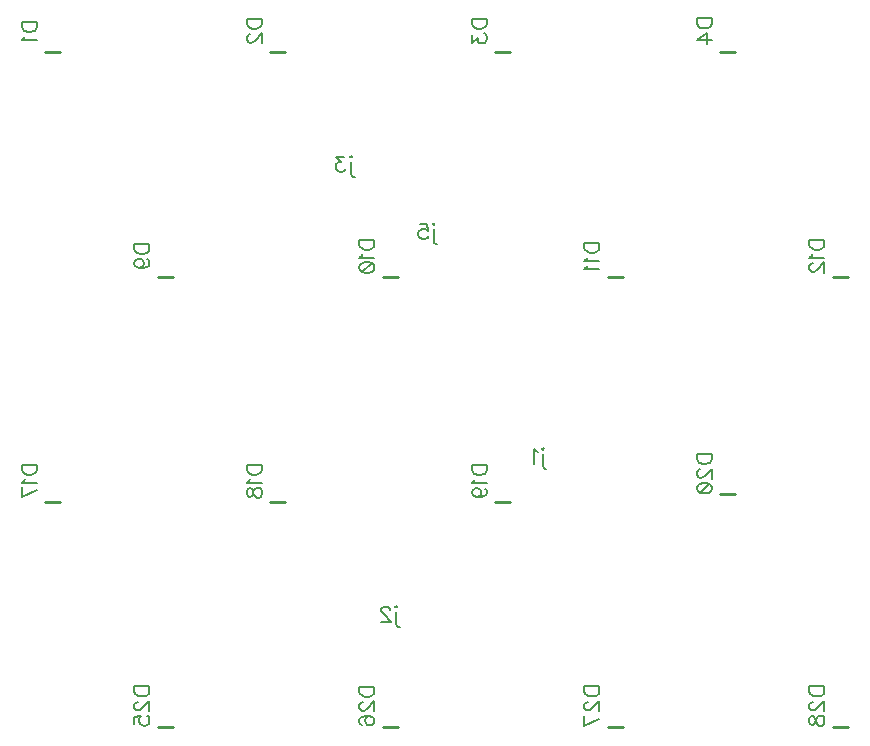
<source format=gbo>
G04 DipTrace 2.2.0.9*
%INBottomSilk.gbr*%
%MOIN*%
%ADD10C,0.0098*%
%ADD40C,0.0077*%
%FSLAX44Y44*%
%SFA1B1*%
%OFA0B0*%
G04*
G70*
G90*
G75*
G01*
%LNBotSilk*%
%LPD*%
X5744Y26876D2*
D10*
X6256D1*
X13244D2*
X13756D1*
X20744D2*
X21256D1*
X28244D2*
X28756D1*
X9494Y19376D2*
X10006D1*
X16994D2*
X17506D1*
X24494D2*
X25006D1*
X31994D2*
X32506D1*
X5744Y11878D2*
X6256D1*
X13244Y11876D2*
X13756D1*
X20744D2*
X21256D1*
X28244Y12126D2*
X28756D1*
X9494Y4376D2*
X10006D1*
X16994D2*
X17506D1*
X24494D2*
X25006D1*
X31994D2*
X32506D1*
X4972Y27870D2*
D40*
X5475D1*
D2*
Y27702D1*
D2*
X5451Y27630D1*
D2*
X5403Y27582D1*
D2*
X5355Y27558D1*
D2*
X5284Y27535D1*
D2*
X5164D1*
D2*
X5092Y27558D1*
D2*
X5044Y27582D1*
D2*
X4996Y27630D1*
D2*
X4972Y27702D1*
D2*
Y27870D1*
X5069Y27380D2*
X5044Y27332D1*
D2*
X4973Y27260D1*
D2*
X5475D1*
X12472Y27977D2*
X12975D1*
D2*
Y27810D1*
D2*
X12951Y27738D1*
D2*
X12903Y27690D1*
D2*
X12855Y27666D1*
D2*
X12784Y27642D1*
D2*
X12664D1*
D2*
X12592Y27666D1*
D2*
X12544Y27690D1*
D2*
X12496Y27738D1*
D2*
X12472Y27810D1*
D2*
Y27977D1*
X12592Y27464D2*
X12569D1*
D2*
X12521Y27440D1*
D2*
X12497Y27416D1*
D2*
X12473Y27368D1*
D2*
Y27272D1*
D2*
X12497Y27225D1*
D2*
X12521Y27201D1*
D2*
X12569Y27177D1*
D2*
X12616D1*
D2*
X12664Y27201D1*
D2*
X12736Y27249D1*
D2*
X12975Y27488D1*
D2*
Y27153D1*
X19972Y27977D2*
X20475D1*
D2*
Y27810D1*
D2*
X20451Y27738D1*
D2*
X20403Y27690D1*
D2*
X20355Y27666D1*
D2*
X20284Y27642D1*
D2*
X20164D1*
D2*
X20092Y27666D1*
D2*
X20044Y27690D1*
D2*
X19996Y27738D1*
D2*
X19972Y27810D1*
D2*
Y27977D1*
X19973Y27440D2*
Y27177D1*
D2*
X20164Y27320D1*
D2*
Y27249D1*
D2*
X20188Y27201D1*
D2*
X20212Y27177D1*
D2*
X20284Y27153D1*
D2*
X20331D1*
D2*
X20403Y27177D1*
D2*
X20451Y27225D1*
D2*
X20475Y27297D1*
D2*
Y27368D1*
D2*
X20451Y27440D1*
D2*
X20427Y27464D1*
D2*
X20379Y27488D1*
X27472Y27989D2*
X27975D1*
D2*
Y27822D1*
D2*
X27951Y27750D1*
D2*
X27903Y27702D1*
D2*
X27855Y27678D1*
D2*
X27784Y27654D1*
D2*
X27664D1*
D2*
X27592Y27678D1*
D2*
X27544Y27702D1*
D2*
X27496Y27750D1*
D2*
X27472Y27822D1*
D2*
Y27989D1*
X27975Y27260D2*
X27473D1*
D2*
X27807Y27500D1*
D2*
Y27141D1*
X8722Y20465D2*
X9225D1*
D2*
Y20298D1*
D2*
X9201Y20226D1*
D2*
X9153Y20178D1*
D2*
X9105Y20154D1*
D2*
X9034Y20130D1*
D2*
X8914D1*
D2*
X8842Y20154D1*
D2*
X8794Y20178D1*
D2*
X8746Y20226D1*
D2*
X8722Y20298D1*
D2*
Y20465D1*
X8890Y19665D2*
X8962Y19689D1*
D2*
X9010Y19737D1*
D2*
X9034Y19808D1*
D2*
Y19832D1*
D2*
X9010Y19904D1*
D2*
X8962Y19952D1*
D2*
X8890Y19976D1*
D2*
X8866D1*
D2*
X8794Y19952D1*
D2*
X8747Y19904D1*
D2*
X8723Y19832D1*
D2*
Y19808D1*
D2*
X8747Y19737D1*
D2*
X8794Y19689D1*
D2*
X8890Y19665D1*
D2*
X9010D1*
D2*
X9129Y19689D1*
D2*
X9201Y19737D1*
D2*
X9225Y19808D1*
D2*
Y19856D1*
D2*
X9201Y19928D1*
D2*
X9153Y19952D1*
X16222Y20614D2*
X16725D1*
D2*
Y20447D1*
D2*
X16701Y20375D1*
D2*
X16653Y20327D1*
D2*
X16605Y20303D1*
D2*
X16534Y20279D1*
D2*
X16414D1*
D2*
X16342Y20303D1*
D2*
X16294Y20327D1*
D2*
X16246Y20375D1*
D2*
X16222Y20447D1*
D2*
Y20614D1*
X16319Y20125D2*
X16294Y20077D1*
D2*
X16223Y20005D1*
D2*
X16725D1*
X16223Y19707D2*
X16247Y19779D1*
D2*
X16319Y19827D1*
D2*
X16438Y19851D1*
D2*
X16510D1*
D2*
X16629Y19827D1*
D2*
X16701Y19779D1*
D2*
X16725Y19707D1*
D2*
Y19659D1*
D2*
X16701Y19588D1*
D2*
X16629Y19540D1*
D2*
X16510Y19516D1*
D2*
X16438D1*
D2*
X16319Y19540D1*
D2*
X16247Y19588D1*
D2*
X16223Y19659D1*
D2*
Y19707D1*
X16319Y19540D2*
X16629Y19827D1*
X23722Y20507D2*
X24225D1*
D2*
Y20339D1*
D2*
X24201Y20268D1*
D2*
X24153Y20219D1*
D2*
X24105Y20196D1*
D2*
X24034Y20172D1*
D2*
X23914D1*
D2*
X23842Y20196D1*
D2*
X23794Y20219D1*
D2*
X23746Y20268D1*
D2*
X23722Y20339D1*
D2*
Y20507D1*
X23819Y20017D2*
X23794Y19969D1*
D2*
X23723Y19898D1*
D2*
X24225D1*
X23819Y19743D2*
X23794Y19695D1*
D2*
X23723Y19623D1*
D2*
X24225D1*
X31222Y20614D2*
X31725D1*
D2*
Y20447D1*
D2*
X31701Y20375D1*
D2*
X31653Y20327D1*
D2*
X31605Y20303D1*
D2*
X31534Y20279D1*
D2*
X31414D1*
D2*
X31342Y20303D1*
D2*
X31294Y20327D1*
D2*
X31246Y20375D1*
D2*
X31222Y20447D1*
D2*
Y20614D1*
X31319Y20125D2*
X31294Y20077D1*
D2*
X31223Y20005D1*
D2*
X31725D1*
X31342Y19826D2*
X31319D1*
D2*
X31271Y19803D1*
D2*
X31247Y19779D1*
D2*
X31223Y19731D1*
D2*
Y19635D1*
D2*
X31247Y19588D1*
D2*
X31271Y19564D1*
D2*
X31319Y19540D1*
D2*
X31366D1*
D2*
X31414Y19564D1*
D2*
X31486Y19611D1*
D2*
X31725Y19851D1*
D2*
Y19516D1*
X4972Y13116D2*
X5475D1*
D2*
Y12949D1*
D2*
X5451Y12877D1*
D2*
X5403Y12829D1*
D2*
X5355Y12805D1*
D2*
X5284Y12781D1*
D2*
X5164D1*
D2*
X5092Y12805D1*
D2*
X5044Y12829D1*
D2*
X4996Y12877D1*
D2*
X4972Y12949D1*
D2*
Y13116D1*
X5069Y12627D2*
X5044Y12579D1*
D2*
X4973Y12507D1*
D2*
X5475D1*
Y12257D2*
X4973Y12018D1*
D2*
Y12353D1*
X12472Y13114D2*
X12975D1*
D2*
Y12947D1*
D2*
X12951Y12875D1*
D2*
X12903Y12827D1*
D2*
X12855Y12803D1*
D2*
X12784Y12779D1*
D2*
X12664D1*
D2*
X12592Y12803D1*
D2*
X12544Y12827D1*
D2*
X12496Y12875D1*
D2*
X12472Y12947D1*
D2*
Y13114D1*
X12569Y12625D2*
X12544Y12577D1*
D2*
X12473Y12505D1*
D2*
X12975D1*
X12473Y12231D2*
X12497Y12302D1*
D2*
X12544Y12327D1*
D2*
X12592D1*
D2*
X12640Y12302D1*
D2*
X12664Y12255D1*
D2*
X12688Y12159D1*
D2*
X12712Y12087D1*
D2*
X12760Y12040D1*
D2*
X12807Y12016D1*
D2*
X12879D1*
D2*
X12927Y12040D1*
D2*
X12951Y12064D1*
D2*
X12975Y12135D1*
D2*
Y12231D1*
D2*
X12951Y12302D1*
D2*
X12927Y12327D1*
D2*
X12879Y12350D1*
D2*
X12807D1*
D2*
X12760Y12327D1*
D2*
X12712Y12279D1*
D2*
X12688Y12207D1*
D2*
X12664Y12112D1*
D2*
X12640Y12064D1*
D2*
X12592Y12040D1*
D2*
X12544D1*
D2*
X12497Y12064D1*
D2*
X12473Y12135D1*
D2*
Y12231D1*
X19972Y13102D2*
X20475D1*
D2*
Y12935D1*
D2*
X20451Y12863D1*
D2*
X20403Y12815D1*
D2*
X20355Y12791D1*
D2*
X20284Y12768D1*
D2*
X20164D1*
D2*
X20092Y12791D1*
D2*
X20044Y12815D1*
D2*
X19996Y12863D1*
D2*
X19972Y12935D1*
D2*
Y13102D1*
X20069Y12613D2*
X20044Y12565D1*
D2*
X19973Y12493D1*
D2*
X20475D1*
X20140Y12028D2*
X20212Y12052D1*
D2*
X20260Y12099D1*
D2*
X20284Y12171D1*
D2*
Y12195D1*
D2*
X20260Y12267D1*
D2*
X20212Y12314D1*
D2*
X20140Y12339D1*
D2*
X20116D1*
D2*
X20044Y12314D1*
D2*
X19997Y12267D1*
D2*
X19973Y12195D1*
D2*
Y12171D1*
D2*
X19997Y12099D1*
D2*
X20044Y12052D1*
D2*
X20140Y12028D1*
D2*
X20260D1*
D2*
X20379Y12052D1*
D2*
X20451Y12099D1*
D2*
X20475Y12171D1*
D2*
Y12219D1*
D2*
X20451Y12291D1*
D2*
X20403Y12314D1*
X27472Y13472D2*
X27975D1*
D2*
Y13304D1*
D2*
X27951Y13233D1*
D2*
X27903Y13184D1*
D2*
X27855Y13161D1*
D2*
X27784Y13137D1*
D2*
X27664D1*
D2*
X27592Y13161D1*
D2*
X27544Y13184D1*
D2*
X27496Y13233D1*
D2*
X27472Y13304D1*
D2*
Y13472D1*
X27592Y12958D2*
X27569D1*
D2*
X27521Y12934D1*
D2*
X27497Y12911D1*
D2*
X27473Y12863D1*
D2*
Y12767D1*
D2*
X27497Y12719D1*
D2*
X27521Y12696D1*
D2*
X27569Y12671D1*
D2*
X27616D1*
D2*
X27664Y12696D1*
D2*
X27736Y12743D1*
D2*
X27975Y12982D1*
D2*
Y12648D1*
X27473Y12349D2*
X27497Y12421D1*
D2*
X27569Y12469D1*
D2*
X27688Y12493D1*
D2*
X27760D1*
D2*
X27879Y12469D1*
D2*
X27951Y12421D1*
D2*
X27975Y12349D1*
D2*
Y12302D1*
D2*
X27951Y12230D1*
D2*
X27879Y12183D1*
D2*
X27760Y12158D1*
D2*
X27688D1*
D2*
X27569Y12183D1*
D2*
X27497Y12230D1*
D2*
X27473Y12302D1*
D2*
Y12349D1*
X27569Y12183D2*
X27879Y12469D1*
X8722Y5722D2*
X9225D1*
D2*
Y5554D1*
D2*
X9201Y5483D1*
D2*
X9153Y5434D1*
D2*
X9105Y5411D1*
D2*
X9034Y5387D1*
D2*
X8914D1*
D2*
X8842Y5411D1*
D2*
X8794Y5434D1*
D2*
X8746Y5483D1*
D2*
X8722Y5554D1*
D2*
Y5722D1*
X8842Y5208D2*
X8819D1*
D2*
X8771Y5184D1*
D2*
X8747Y5161D1*
D2*
X8723Y5113D1*
D2*
Y5017D1*
D2*
X8747Y4969D1*
D2*
X8771Y4946D1*
D2*
X8819Y4921D1*
D2*
X8866D1*
D2*
X8914Y4946D1*
D2*
X8986Y4993D1*
D2*
X9225Y5232D1*
D2*
Y4898D1*
X8723Y4456D2*
Y4695D1*
D2*
X8938Y4719D1*
D2*
X8914Y4695D1*
D2*
X8890Y4623D1*
D2*
Y4552D1*
D2*
X8914Y4480D1*
D2*
X8962Y4432D1*
D2*
X9034Y4408D1*
D2*
X9081D1*
D2*
X9153Y4432D1*
D2*
X9201Y4480D1*
D2*
X9225Y4552D1*
D2*
Y4623D1*
D2*
X9201Y4695D1*
D2*
X9177Y4719D1*
D2*
X9129Y4743D1*
X16222Y5710D2*
X16725D1*
D2*
Y5542D1*
D2*
X16701Y5470D1*
D2*
X16653Y5422D1*
D2*
X16605Y5398D1*
D2*
X16534Y5375D1*
D2*
X16414D1*
D2*
X16342Y5398D1*
D2*
X16294Y5422D1*
D2*
X16246Y5470D1*
D2*
X16222Y5542D1*
D2*
Y5710D1*
X16342Y5196D2*
X16319D1*
D2*
X16271Y5172D1*
D2*
X16247Y5148D1*
D2*
X16223Y5100D1*
D2*
Y5005D1*
D2*
X16247Y4957D1*
D2*
X16271Y4933D1*
D2*
X16319Y4909D1*
D2*
X16366D1*
D2*
X16414Y4933D1*
D2*
X16486Y4981D1*
D2*
X16725Y5220D1*
D2*
Y4885D1*
X16294Y4444D2*
X16247Y4468D1*
D2*
X16223Y4540D1*
D2*
Y4587D1*
D2*
X16247Y4659D1*
D2*
X16319Y4707D1*
D2*
X16438Y4731D1*
D2*
X16557D1*
D2*
X16653Y4707D1*
D2*
X16701Y4659D1*
D2*
X16725Y4587D1*
D2*
Y4564D1*
D2*
X16701Y4492D1*
D2*
X16653Y4444D1*
D2*
X16581Y4420D1*
D2*
X16557D1*
D2*
X16486Y4444D1*
D2*
X16438Y4492D1*
D2*
X16414Y4564D1*
D2*
Y4587D1*
D2*
X16438Y4659D1*
D2*
X16486Y4707D1*
D2*
X16557Y4731D1*
X23722Y5722D2*
X24225D1*
D2*
Y5554D1*
D2*
X24201Y5483D1*
D2*
X24153Y5434D1*
D2*
X24105Y5411D1*
D2*
X24034Y5387D1*
D2*
X23914D1*
D2*
X23842Y5411D1*
D2*
X23794Y5434D1*
D2*
X23746Y5483D1*
D2*
X23722Y5554D1*
D2*
Y5722D1*
X23842Y5208D2*
X23819D1*
D2*
X23771Y5184D1*
D2*
X23747Y5161D1*
D2*
X23723Y5113D1*
D2*
Y5017D1*
D2*
X23747Y4969D1*
D2*
X23771Y4946D1*
D2*
X23819Y4921D1*
D2*
X23866D1*
D2*
X23914Y4946D1*
D2*
X23986Y4993D1*
D2*
X24225Y5232D1*
D2*
Y4898D1*
Y4648D2*
X23723Y4408D1*
D2*
Y4743D1*
X31222Y5722D2*
X31725D1*
D2*
Y5554D1*
D2*
X31701Y5482D1*
D2*
X31653Y5434D1*
D2*
X31605Y5410D1*
D2*
X31534Y5387D1*
D2*
X31414D1*
D2*
X31342Y5410D1*
D2*
X31294Y5434D1*
D2*
X31246Y5482D1*
D2*
X31222Y5554D1*
D2*
Y5722D1*
X31342Y5208D2*
X31319D1*
D2*
X31271Y5184D1*
D2*
X31247Y5160D1*
D2*
X31223Y5112D1*
D2*
Y5017D1*
D2*
X31247Y4969D1*
D2*
X31271Y4945D1*
D2*
X31319Y4921D1*
D2*
X31366D1*
D2*
X31414Y4945D1*
D2*
X31486Y4993D1*
D2*
X31725Y5232D1*
D2*
Y4897D1*
X31223Y4624D2*
X31247Y4695D1*
D2*
X31294Y4719D1*
D2*
X31342D1*
D2*
X31390Y4695D1*
D2*
X31414Y4647D1*
D2*
X31438Y4552D1*
D2*
X31462Y4480D1*
D2*
X31510Y4432D1*
D2*
X31557Y4409D1*
D2*
X31629D1*
D2*
X31677Y4432D1*
D2*
X31701Y4456D1*
D2*
X31725Y4528D1*
D2*
Y4624D1*
D2*
X31701Y4695D1*
D2*
X31677Y4719D1*
D2*
X31629Y4743D1*
D2*
X31557D1*
D2*
X31510Y4719D1*
D2*
X31462Y4671D1*
D2*
X31438Y4600D1*
D2*
X31414Y4504D1*
D2*
X31390Y4456D1*
D2*
X31342Y4432D1*
D2*
X31294D1*
D2*
X31247Y4456D1*
D2*
X31223Y4528D1*
D2*
Y4624D1*
X22363Y13633D2*
X22339Y13609D1*
D2*
X22315Y13633D1*
D2*
X22339Y13657D1*
D2*
X22363Y13633D1*
X22339Y13465D2*
Y13059D1*
D2*
X22363Y12987D1*
D2*
X22411Y12963D1*
D2*
X22459D1*
X22161Y13536D2*
X22113Y13560D1*
D2*
X22041Y13632D1*
D2*
Y13130D1*
X17471Y8383D2*
X17447Y8359D1*
D2*
X17423Y8383D1*
D2*
X17447Y8407D1*
D2*
X17471Y8383D1*
X17447Y8215D2*
Y7809D1*
D2*
X17471Y7737D1*
D2*
X17518Y7713D1*
D2*
X17567D1*
X17244Y8262D2*
Y8286D1*
D2*
X17220Y8334D1*
D2*
X17197Y8358D1*
D2*
X17148Y8382D1*
D2*
X17053D1*
D2*
X17005Y8358D1*
D2*
X16982Y8334D1*
D2*
X16957Y8286D1*
D2*
Y8239D1*
D2*
X16982Y8190D1*
D2*
X17029Y8119D1*
D2*
X17268Y7880D1*
D2*
X16933D1*
X15971Y23383D2*
X15947Y23359D1*
D2*
X15923Y23383D1*
D2*
X15947Y23407D1*
D2*
X15971Y23383D1*
X15947Y23215D2*
Y22809D1*
D2*
X15971Y22737D1*
D2*
X16018Y22713D1*
D2*
X16067D1*
X15720Y23382D2*
X15458D1*
D2*
X15601Y23190D1*
D2*
X15529D1*
D2*
X15482Y23167D1*
D2*
X15458Y23143D1*
D2*
X15433Y23071D1*
D2*
Y23024D1*
D2*
X15458Y22952D1*
D2*
X15505Y22904D1*
D2*
X15577Y22880D1*
D2*
X15649D1*
D2*
X15720Y22904D1*
D2*
X15744Y22928D1*
D2*
X15768Y22975D1*
X18721Y21133D2*
X18697Y21109D1*
D2*
X18673Y21133D1*
D2*
X18697Y21157D1*
D2*
X18721Y21133D1*
X18697Y20965D2*
Y20559D1*
D2*
X18721Y20487D1*
D2*
X18768Y20463D1*
D2*
X18817D1*
X18232Y21132D2*
X18470D1*
D2*
X18494Y20917D1*
D2*
X18470Y20940D1*
D2*
X18398Y20965D1*
D2*
X18327D1*
D2*
X18255Y20940D1*
D2*
X18207Y20893D1*
D2*
X18183Y20821D1*
D2*
Y20774D1*
D2*
X18207Y20702D1*
D2*
X18255Y20654D1*
D2*
X18327Y20630D1*
D2*
X18398D1*
D2*
X18470Y20654D1*
D2*
X18494Y20678D1*
D2*
X18518Y20725D1*
M02*

</source>
